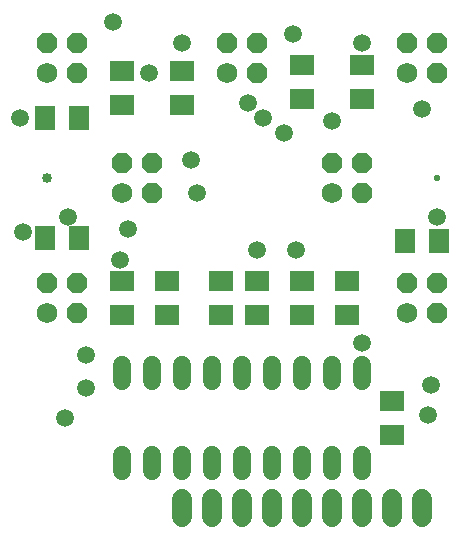
<source format=gbr>
G04 EAGLE Gerber RS-274X export*
G75*
%MOMM*%
%FSLAX34Y34*%
%LPD*%
%INSoldermask Top*%
%IPPOS*%
%AMOC8*
5,1,8,0,0,1.08239X$1,22.5*%
G01*
%ADD10C,0.853200*%
%ADD11C,0.553200*%
%ADD12C,1.727200*%
%ADD13R,2.006200X1.803200*%
%ADD14R,1.803200X2.006200*%
%ADD15C,1.727200*%
%ADD16P,1.869504X8X22.500000*%
%ADD17C,1.524000*%
%ADD18C,1.503200*%


D10*
X66040Y325120D03*
D11*
X396240Y325120D03*
D12*
X383540Y53340D02*
X383540Y38100D01*
X358140Y38100D02*
X358140Y53340D01*
X332740Y53340D02*
X332740Y38100D01*
X307340Y38100D02*
X307340Y53340D01*
X281940Y53340D02*
X281940Y38100D01*
X256540Y38100D02*
X256540Y53340D01*
X231140Y53340D02*
X231140Y38100D01*
X205740Y38100D02*
X205740Y53340D01*
X180340Y53340D02*
X180340Y38100D01*
D13*
X358140Y136140D03*
X358140Y107700D03*
X320040Y209300D03*
X320040Y237740D03*
X281940Y209300D03*
X281940Y237740D03*
X243840Y209300D03*
X243840Y237740D03*
X213360Y209300D03*
X213360Y237740D03*
X167640Y209300D03*
X167640Y237740D03*
X129540Y209300D03*
X129540Y237740D03*
D14*
X64520Y375920D03*
X92960Y375920D03*
D13*
X281940Y392180D03*
X281940Y420620D03*
X180340Y415540D03*
X180340Y387100D03*
D14*
X64520Y274320D03*
X92960Y274320D03*
X397760Y271780D03*
X369320Y271780D03*
D13*
X129540Y415540D03*
X129540Y387100D03*
X332740Y420620D03*
X332740Y392180D03*
D15*
X129540Y312420D03*
D16*
X154940Y312420D03*
X129540Y337820D03*
X154940Y337820D03*
D15*
X307340Y312420D03*
D16*
X332740Y312420D03*
X307340Y337820D03*
X332740Y337820D03*
D15*
X218440Y414020D03*
D16*
X243840Y414020D03*
X218440Y439420D03*
X243840Y439420D03*
D15*
X66040Y210820D03*
D16*
X91440Y210820D03*
X66040Y236220D03*
X91440Y236220D03*
D15*
X370840Y210820D03*
D16*
X396240Y210820D03*
X370840Y236220D03*
X396240Y236220D03*
D15*
X66040Y414020D03*
D16*
X91440Y414020D03*
X66040Y439420D03*
X91440Y439420D03*
D15*
X370840Y414020D03*
D16*
X396240Y414020D03*
X370840Y439420D03*
X396240Y439420D03*
D17*
X332740Y166624D02*
X332740Y153416D01*
X307340Y153416D02*
X307340Y166624D01*
X180340Y166624D02*
X180340Y153416D01*
X154940Y153416D02*
X154940Y166624D01*
X281940Y166624D02*
X281940Y153416D01*
X256540Y153416D02*
X256540Y166624D01*
X205740Y166624D02*
X205740Y153416D01*
X231140Y153416D02*
X231140Y166624D01*
X129540Y166624D02*
X129540Y153416D01*
X129540Y90424D02*
X129540Y77216D01*
X154940Y77216D02*
X154940Y90424D01*
X180340Y90424D02*
X180340Y77216D01*
X205740Y77216D02*
X205740Y90424D01*
X231140Y90424D02*
X231140Y77216D01*
X256540Y77216D02*
X256540Y90424D01*
X281940Y90424D02*
X281940Y77216D01*
X307340Y77216D02*
X307340Y90424D01*
X332740Y90424D02*
X332740Y77216D01*
D18*
X396240Y292100D03*
X121920Y457200D03*
X45720Y279400D03*
X274320Y447040D03*
X193040Y312420D03*
X236220Y388620D03*
X152400Y414020D03*
X383540Y383540D03*
X83820Y292100D03*
X99060Y175260D03*
X99060Y147320D03*
X43180Y375920D03*
X332740Y439420D03*
X266700Y363220D03*
X180340Y439420D03*
X248920Y375920D03*
X134620Y281940D03*
X128270Y255270D03*
X307340Y373380D03*
X388620Y124460D03*
X187960Y340360D03*
X243840Y264160D03*
X81280Y121920D03*
X276860Y264160D03*
X332740Y185420D03*
X391160Y149860D03*
M02*

</source>
